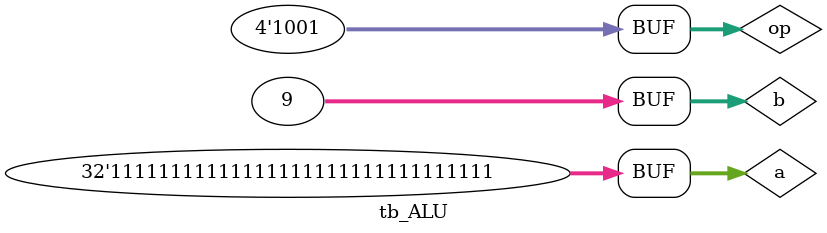
<source format=v>
`include "ALU.v"
`timescale 1ns / 100ps 

module tb_ALU;
    reg [31:0] a;
    reg [31:0] b;
    reg [3:0]  op;

    wire [31:0] result;
    wire isEqual;

    ALU alu(a, b, op, result, isEqual);

    initial begin
        // add
        a = 5;          b = 5;      op = 0; #20;
        // sub
        a = 66;         b = 11;     op = 1; #20;        
        // and
        a = 3'b101;     b = 3'b110; op = 2; #20;
        // or
        a = 3'b101;     b = 3'b110; op = 3; #20;
        // xor
        a = 3'b110;     b = 3'b010; op = 4; #20;
        // sll (Shift Left Logical)
        a = 1;          b = 3;      op = 5; #20;
        // srl (Shift Right Logical)
        a = 8;          b = 2;      op = 6; #20;
        // sra (Shift Right Arithmetic)
        a = -8;         b = 2;      op = 7; #20;
        // slt (Set Less Than)
        a = -1;         b = 9;      op = 8; #20;
        // sltu (Set Less Than Unsigned)
        a = -1;         b = 9;      op = 9; #20;
    end

    initial begin
        $dumpfile("vcd/alu.vcd");
        $dumpvars(0, tb_ALU);
    end
endmodule
</source>
